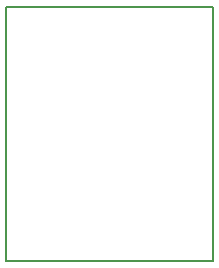
<source format=gko>
G04 #@! TF.FileFunction,Profile,NP*
%FSLAX46Y46*%
G04 Gerber Fmt 4.6, Leading zero omitted, Abs format (unit mm)*
G04 Created by KiCad (PCBNEW 4.0.4-1.fc24-product) date Wed Jun 13 10:55:40 2018*
%MOMM*%
%LPD*%
G01*
G04 APERTURE LIST*
%ADD10C,0.100000*%
%ADD11C,0.150000*%
G04 APERTURE END LIST*
D10*
D11*
X146500000Y-81000000D02*
X129000000Y-81000000D01*
X146500000Y-102500000D02*
X146500000Y-81000000D01*
X129000000Y-102500000D02*
X146500000Y-102500000D01*
X129000000Y-81000000D02*
X129000000Y-102500000D01*
M02*

</source>
